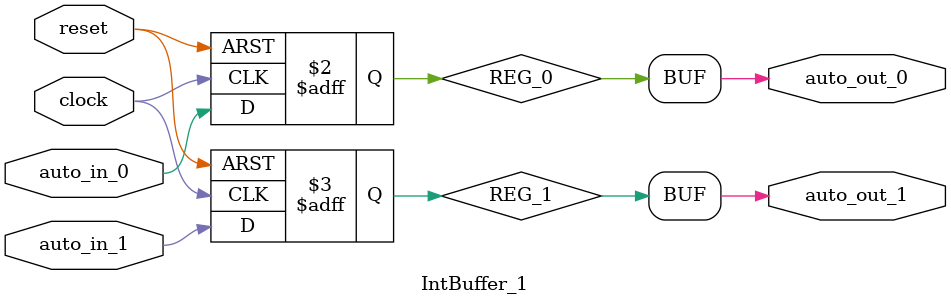
<source format=sv>
`ifndef RANDOMIZE
  `ifdef RANDOMIZE_MEM_INIT
    `define RANDOMIZE
  `endif // RANDOMIZE_MEM_INIT
`endif // not def RANDOMIZE
`ifndef RANDOMIZE
  `ifdef RANDOMIZE_REG_INIT
    `define RANDOMIZE
  `endif // RANDOMIZE_REG_INIT
`endif // not def RANDOMIZE

`ifndef RANDOM
  `define RANDOM $random
`endif // not def RANDOM

// Users can define INIT_RANDOM as general code that gets injected into the
// initializer block for modules with registers.
`ifndef INIT_RANDOM
  `define INIT_RANDOM
`endif // not def INIT_RANDOM

// If using random initialization, you can also define RANDOMIZE_DELAY to
// customize the delay used, otherwise 0.002 is used.
`ifndef RANDOMIZE_DELAY
  `define RANDOMIZE_DELAY 0.002
`endif // not def RANDOMIZE_DELAY

// Define INIT_RANDOM_PROLOG_ for use in our modules below.
`ifndef INIT_RANDOM_PROLOG_
  `ifdef RANDOMIZE
    `ifdef VERILATOR
      `define INIT_RANDOM_PROLOG_ `INIT_RANDOM
    `else  // VERILATOR
      `define INIT_RANDOM_PROLOG_ `INIT_RANDOM #`RANDOMIZE_DELAY begin end
    `endif // VERILATOR
  `else  // RANDOMIZE
    `define INIT_RANDOM_PROLOG_
  `endif // RANDOMIZE
`endif // not def INIT_RANDOM_PROLOG_

// Include register initializers in init blocks unless synthesis is set
`ifndef SYNTHESIS
  `ifndef ENABLE_INITIAL_REG_
    `define ENABLE_INITIAL_REG_
  `endif // not def ENABLE_INITIAL_REG_
`endif // not def SYNTHESIS

// Include rmemory initializers in init blocks unless synthesis is set
`ifndef SYNTHESIS
  `ifndef ENABLE_INITIAL_MEM_
    `define ENABLE_INITIAL_MEM_
  `endif // not def ENABLE_INITIAL_MEM_
`endif // not def SYNTHESIS

module IntBuffer_1(
  input  clock,
  input  reset,
  input  auto_in_0,
  input  auto_in_1,
  output auto_out_0,
  output auto_out_1
);

  reg REG_0;
  reg REG_1;
  always @(posedge clock or posedge reset) begin
    if (reset) begin
      REG_0 <= 1'h0;
      REG_1 <= 1'h0;
    end
    else begin
      REG_0 <= auto_in_0;
      REG_1 <= auto_in_1;
    end
  end // always @(posedge, posedge)
  `ifdef ENABLE_INITIAL_REG_
    `ifdef FIRRTL_BEFORE_INITIAL
      `FIRRTL_BEFORE_INITIAL
    `endif // FIRRTL_BEFORE_INITIAL
    logic [31:0] _RANDOM[0:0];
    initial begin
      `ifdef INIT_RANDOM_PROLOG_
        `INIT_RANDOM_PROLOG_
      `endif // INIT_RANDOM_PROLOG_
      `ifdef RANDOMIZE_REG_INIT
        _RANDOM[/*Zero width*/ 1'b0] = `RANDOM;
        REG_0 = _RANDOM[/*Zero width*/ 1'b0][0];
        REG_1 = _RANDOM[/*Zero width*/ 1'b0][1];
      `endif // RANDOMIZE_REG_INIT
      if (reset) begin
        REG_0 = 1'h0;
        REG_1 = 1'h0;
      end
    end // initial
    `ifdef FIRRTL_AFTER_INITIAL
      `FIRRTL_AFTER_INITIAL
    `endif // FIRRTL_AFTER_INITIAL
  `endif // ENABLE_INITIAL_REG_
  assign auto_out_0 = REG_0;
  assign auto_out_1 = REG_1;
endmodule


</source>
